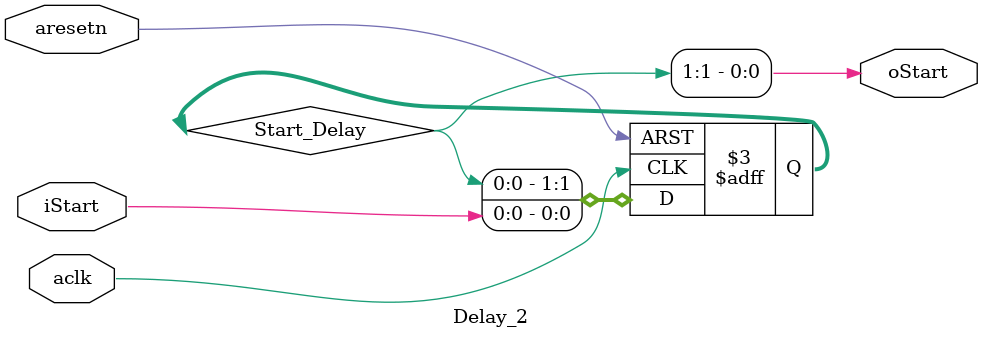
<source format=v>
module Delay_2(
	input  aclk,
	input  aresetn,
	input  iStart,
	output oStart
);

reg [1:0] Start_Delay; // Êý¾ÝÎ»¿í¾ö¶¨ÁËÑÓÊ±³¤¶È£»

always @(posedge aclk or negedge aresetn) begin
    if(!aresetn) begin
        Start_Delay <= 0;
    end
    else begin
        Start_Delay[0] <= iStart;
        Start_Delay[1] <= Start_Delay[0];
    end
end

assign oStart = Start_Delay[1];

endmodule
</source>
